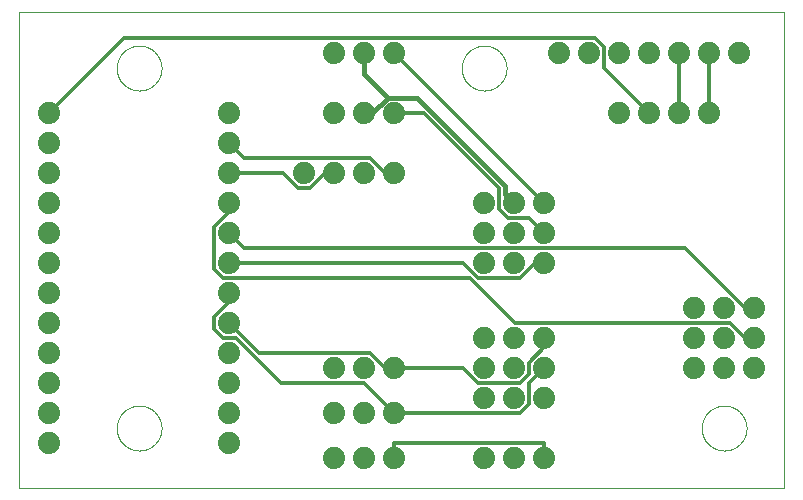
<source format=gtl>
G75*
%MOIN*%
%OFA0B0*%
%FSLAX25Y25*%
%IPPOS*%
%LPD*%
%AMOC8*
5,1,8,0,0,1.08239X$1,22.5*
%
%ADD10C,0.00000*%
%ADD11C,0.07400*%
%ADD12C,0.01600*%
%ADD13C,0.01200*%
D10*
X0006300Y0010560D02*
X0006300Y0169261D01*
X0261221Y0169261D01*
X0261221Y0010560D01*
X0006300Y0010560D01*
X0038825Y0030560D02*
X0038827Y0030743D01*
X0038834Y0030927D01*
X0038845Y0031110D01*
X0038861Y0031293D01*
X0038881Y0031475D01*
X0038906Y0031657D01*
X0038935Y0031838D01*
X0038969Y0032018D01*
X0039007Y0032198D01*
X0039049Y0032376D01*
X0039096Y0032554D01*
X0039147Y0032730D01*
X0039202Y0032905D01*
X0039262Y0033078D01*
X0039326Y0033250D01*
X0039394Y0033421D01*
X0039466Y0033589D01*
X0039543Y0033756D01*
X0039623Y0033921D01*
X0039708Y0034084D01*
X0039796Y0034244D01*
X0039888Y0034403D01*
X0039985Y0034559D01*
X0040085Y0034713D01*
X0040189Y0034864D01*
X0040296Y0035013D01*
X0040407Y0035159D01*
X0040522Y0035302D01*
X0040640Y0035442D01*
X0040761Y0035580D01*
X0040886Y0035714D01*
X0041014Y0035846D01*
X0041146Y0035974D01*
X0041280Y0036099D01*
X0041418Y0036220D01*
X0041558Y0036338D01*
X0041701Y0036453D01*
X0041847Y0036564D01*
X0041996Y0036671D01*
X0042147Y0036775D01*
X0042301Y0036875D01*
X0042457Y0036972D01*
X0042616Y0037064D01*
X0042776Y0037152D01*
X0042939Y0037237D01*
X0043104Y0037317D01*
X0043271Y0037394D01*
X0043439Y0037466D01*
X0043610Y0037534D01*
X0043782Y0037598D01*
X0043955Y0037658D01*
X0044130Y0037713D01*
X0044306Y0037764D01*
X0044484Y0037811D01*
X0044662Y0037853D01*
X0044842Y0037891D01*
X0045022Y0037925D01*
X0045203Y0037954D01*
X0045385Y0037979D01*
X0045567Y0037999D01*
X0045750Y0038015D01*
X0045933Y0038026D01*
X0046117Y0038033D01*
X0046300Y0038035D01*
X0046483Y0038033D01*
X0046667Y0038026D01*
X0046850Y0038015D01*
X0047033Y0037999D01*
X0047215Y0037979D01*
X0047397Y0037954D01*
X0047578Y0037925D01*
X0047758Y0037891D01*
X0047938Y0037853D01*
X0048116Y0037811D01*
X0048294Y0037764D01*
X0048470Y0037713D01*
X0048645Y0037658D01*
X0048818Y0037598D01*
X0048990Y0037534D01*
X0049161Y0037466D01*
X0049329Y0037394D01*
X0049496Y0037317D01*
X0049661Y0037237D01*
X0049824Y0037152D01*
X0049984Y0037064D01*
X0050143Y0036972D01*
X0050299Y0036875D01*
X0050453Y0036775D01*
X0050604Y0036671D01*
X0050753Y0036564D01*
X0050899Y0036453D01*
X0051042Y0036338D01*
X0051182Y0036220D01*
X0051320Y0036099D01*
X0051454Y0035974D01*
X0051586Y0035846D01*
X0051714Y0035714D01*
X0051839Y0035580D01*
X0051960Y0035442D01*
X0052078Y0035302D01*
X0052193Y0035159D01*
X0052304Y0035013D01*
X0052411Y0034864D01*
X0052515Y0034713D01*
X0052615Y0034559D01*
X0052712Y0034403D01*
X0052804Y0034244D01*
X0052892Y0034084D01*
X0052977Y0033921D01*
X0053057Y0033756D01*
X0053134Y0033589D01*
X0053206Y0033421D01*
X0053274Y0033250D01*
X0053338Y0033078D01*
X0053398Y0032905D01*
X0053453Y0032730D01*
X0053504Y0032554D01*
X0053551Y0032376D01*
X0053593Y0032198D01*
X0053631Y0032018D01*
X0053665Y0031838D01*
X0053694Y0031657D01*
X0053719Y0031475D01*
X0053739Y0031293D01*
X0053755Y0031110D01*
X0053766Y0030927D01*
X0053773Y0030743D01*
X0053775Y0030560D01*
X0053773Y0030377D01*
X0053766Y0030193D01*
X0053755Y0030010D01*
X0053739Y0029827D01*
X0053719Y0029645D01*
X0053694Y0029463D01*
X0053665Y0029282D01*
X0053631Y0029102D01*
X0053593Y0028922D01*
X0053551Y0028744D01*
X0053504Y0028566D01*
X0053453Y0028390D01*
X0053398Y0028215D01*
X0053338Y0028042D01*
X0053274Y0027870D01*
X0053206Y0027699D01*
X0053134Y0027531D01*
X0053057Y0027364D01*
X0052977Y0027199D01*
X0052892Y0027036D01*
X0052804Y0026876D01*
X0052712Y0026717D01*
X0052615Y0026561D01*
X0052515Y0026407D01*
X0052411Y0026256D01*
X0052304Y0026107D01*
X0052193Y0025961D01*
X0052078Y0025818D01*
X0051960Y0025678D01*
X0051839Y0025540D01*
X0051714Y0025406D01*
X0051586Y0025274D01*
X0051454Y0025146D01*
X0051320Y0025021D01*
X0051182Y0024900D01*
X0051042Y0024782D01*
X0050899Y0024667D01*
X0050753Y0024556D01*
X0050604Y0024449D01*
X0050453Y0024345D01*
X0050299Y0024245D01*
X0050143Y0024148D01*
X0049984Y0024056D01*
X0049824Y0023968D01*
X0049661Y0023883D01*
X0049496Y0023803D01*
X0049329Y0023726D01*
X0049161Y0023654D01*
X0048990Y0023586D01*
X0048818Y0023522D01*
X0048645Y0023462D01*
X0048470Y0023407D01*
X0048294Y0023356D01*
X0048116Y0023309D01*
X0047938Y0023267D01*
X0047758Y0023229D01*
X0047578Y0023195D01*
X0047397Y0023166D01*
X0047215Y0023141D01*
X0047033Y0023121D01*
X0046850Y0023105D01*
X0046667Y0023094D01*
X0046483Y0023087D01*
X0046300Y0023085D01*
X0046117Y0023087D01*
X0045933Y0023094D01*
X0045750Y0023105D01*
X0045567Y0023121D01*
X0045385Y0023141D01*
X0045203Y0023166D01*
X0045022Y0023195D01*
X0044842Y0023229D01*
X0044662Y0023267D01*
X0044484Y0023309D01*
X0044306Y0023356D01*
X0044130Y0023407D01*
X0043955Y0023462D01*
X0043782Y0023522D01*
X0043610Y0023586D01*
X0043439Y0023654D01*
X0043271Y0023726D01*
X0043104Y0023803D01*
X0042939Y0023883D01*
X0042776Y0023968D01*
X0042616Y0024056D01*
X0042457Y0024148D01*
X0042301Y0024245D01*
X0042147Y0024345D01*
X0041996Y0024449D01*
X0041847Y0024556D01*
X0041701Y0024667D01*
X0041558Y0024782D01*
X0041418Y0024900D01*
X0041280Y0025021D01*
X0041146Y0025146D01*
X0041014Y0025274D01*
X0040886Y0025406D01*
X0040761Y0025540D01*
X0040640Y0025678D01*
X0040522Y0025818D01*
X0040407Y0025961D01*
X0040296Y0026107D01*
X0040189Y0026256D01*
X0040085Y0026407D01*
X0039985Y0026561D01*
X0039888Y0026717D01*
X0039796Y0026876D01*
X0039708Y0027036D01*
X0039623Y0027199D01*
X0039543Y0027364D01*
X0039466Y0027531D01*
X0039394Y0027699D01*
X0039326Y0027870D01*
X0039262Y0028042D01*
X0039202Y0028215D01*
X0039147Y0028390D01*
X0039096Y0028566D01*
X0039049Y0028744D01*
X0039007Y0028922D01*
X0038969Y0029102D01*
X0038935Y0029282D01*
X0038906Y0029463D01*
X0038881Y0029645D01*
X0038861Y0029827D01*
X0038845Y0030010D01*
X0038834Y0030193D01*
X0038827Y0030377D01*
X0038825Y0030560D01*
X0038825Y0150560D02*
X0038827Y0150743D01*
X0038834Y0150927D01*
X0038845Y0151110D01*
X0038861Y0151293D01*
X0038881Y0151475D01*
X0038906Y0151657D01*
X0038935Y0151838D01*
X0038969Y0152018D01*
X0039007Y0152198D01*
X0039049Y0152376D01*
X0039096Y0152554D01*
X0039147Y0152730D01*
X0039202Y0152905D01*
X0039262Y0153078D01*
X0039326Y0153250D01*
X0039394Y0153421D01*
X0039466Y0153589D01*
X0039543Y0153756D01*
X0039623Y0153921D01*
X0039708Y0154084D01*
X0039796Y0154244D01*
X0039888Y0154403D01*
X0039985Y0154559D01*
X0040085Y0154713D01*
X0040189Y0154864D01*
X0040296Y0155013D01*
X0040407Y0155159D01*
X0040522Y0155302D01*
X0040640Y0155442D01*
X0040761Y0155580D01*
X0040886Y0155714D01*
X0041014Y0155846D01*
X0041146Y0155974D01*
X0041280Y0156099D01*
X0041418Y0156220D01*
X0041558Y0156338D01*
X0041701Y0156453D01*
X0041847Y0156564D01*
X0041996Y0156671D01*
X0042147Y0156775D01*
X0042301Y0156875D01*
X0042457Y0156972D01*
X0042616Y0157064D01*
X0042776Y0157152D01*
X0042939Y0157237D01*
X0043104Y0157317D01*
X0043271Y0157394D01*
X0043439Y0157466D01*
X0043610Y0157534D01*
X0043782Y0157598D01*
X0043955Y0157658D01*
X0044130Y0157713D01*
X0044306Y0157764D01*
X0044484Y0157811D01*
X0044662Y0157853D01*
X0044842Y0157891D01*
X0045022Y0157925D01*
X0045203Y0157954D01*
X0045385Y0157979D01*
X0045567Y0157999D01*
X0045750Y0158015D01*
X0045933Y0158026D01*
X0046117Y0158033D01*
X0046300Y0158035D01*
X0046483Y0158033D01*
X0046667Y0158026D01*
X0046850Y0158015D01*
X0047033Y0157999D01*
X0047215Y0157979D01*
X0047397Y0157954D01*
X0047578Y0157925D01*
X0047758Y0157891D01*
X0047938Y0157853D01*
X0048116Y0157811D01*
X0048294Y0157764D01*
X0048470Y0157713D01*
X0048645Y0157658D01*
X0048818Y0157598D01*
X0048990Y0157534D01*
X0049161Y0157466D01*
X0049329Y0157394D01*
X0049496Y0157317D01*
X0049661Y0157237D01*
X0049824Y0157152D01*
X0049984Y0157064D01*
X0050143Y0156972D01*
X0050299Y0156875D01*
X0050453Y0156775D01*
X0050604Y0156671D01*
X0050753Y0156564D01*
X0050899Y0156453D01*
X0051042Y0156338D01*
X0051182Y0156220D01*
X0051320Y0156099D01*
X0051454Y0155974D01*
X0051586Y0155846D01*
X0051714Y0155714D01*
X0051839Y0155580D01*
X0051960Y0155442D01*
X0052078Y0155302D01*
X0052193Y0155159D01*
X0052304Y0155013D01*
X0052411Y0154864D01*
X0052515Y0154713D01*
X0052615Y0154559D01*
X0052712Y0154403D01*
X0052804Y0154244D01*
X0052892Y0154084D01*
X0052977Y0153921D01*
X0053057Y0153756D01*
X0053134Y0153589D01*
X0053206Y0153421D01*
X0053274Y0153250D01*
X0053338Y0153078D01*
X0053398Y0152905D01*
X0053453Y0152730D01*
X0053504Y0152554D01*
X0053551Y0152376D01*
X0053593Y0152198D01*
X0053631Y0152018D01*
X0053665Y0151838D01*
X0053694Y0151657D01*
X0053719Y0151475D01*
X0053739Y0151293D01*
X0053755Y0151110D01*
X0053766Y0150927D01*
X0053773Y0150743D01*
X0053775Y0150560D01*
X0053773Y0150377D01*
X0053766Y0150193D01*
X0053755Y0150010D01*
X0053739Y0149827D01*
X0053719Y0149645D01*
X0053694Y0149463D01*
X0053665Y0149282D01*
X0053631Y0149102D01*
X0053593Y0148922D01*
X0053551Y0148744D01*
X0053504Y0148566D01*
X0053453Y0148390D01*
X0053398Y0148215D01*
X0053338Y0148042D01*
X0053274Y0147870D01*
X0053206Y0147699D01*
X0053134Y0147531D01*
X0053057Y0147364D01*
X0052977Y0147199D01*
X0052892Y0147036D01*
X0052804Y0146876D01*
X0052712Y0146717D01*
X0052615Y0146561D01*
X0052515Y0146407D01*
X0052411Y0146256D01*
X0052304Y0146107D01*
X0052193Y0145961D01*
X0052078Y0145818D01*
X0051960Y0145678D01*
X0051839Y0145540D01*
X0051714Y0145406D01*
X0051586Y0145274D01*
X0051454Y0145146D01*
X0051320Y0145021D01*
X0051182Y0144900D01*
X0051042Y0144782D01*
X0050899Y0144667D01*
X0050753Y0144556D01*
X0050604Y0144449D01*
X0050453Y0144345D01*
X0050299Y0144245D01*
X0050143Y0144148D01*
X0049984Y0144056D01*
X0049824Y0143968D01*
X0049661Y0143883D01*
X0049496Y0143803D01*
X0049329Y0143726D01*
X0049161Y0143654D01*
X0048990Y0143586D01*
X0048818Y0143522D01*
X0048645Y0143462D01*
X0048470Y0143407D01*
X0048294Y0143356D01*
X0048116Y0143309D01*
X0047938Y0143267D01*
X0047758Y0143229D01*
X0047578Y0143195D01*
X0047397Y0143166D01*
X0047215Y0143141D01*
X0047033Y0143121D01*
X0046850Y0143105D01*
X0046667Y0143094D01*
X0046483Y0143087D01*
X0046300Y0143085D01*
X0046117Y0143087D01*
X0045933Y0143094D01*
X0045750Y0143105D01*
X0045567Y0143121D01*
X0045385Y0143141D01*
X0045203Y0143166D01*
X0045022Y0143195D01*
X0044842Y0143229D01*
X0044662Y0143267D01*
X0044484Y0143309D01*
X0044306Y0143356D01*
X0044130Y0143407D01*
X0043955Y0143462D01*
X0043782Y0143522D01*
X0043610Y0143586D01*
X0043439Y0143654D01*
X0043271Y0143726D01*
X0043104Y0143803D01*
X0042939Y0143883D01*
X0042776Y0143968D01*
X0042616Y0144056D01*
X0042457Y0144148D01*
X0042301Y0144245D01*
X0042147Y0144345D01*
X0041996Y0144449D01*
X0041847Y0144556D01*
X0041701Y0144667D01*
X0041558Y0144782D01*
X0041418Y0144900D01*
X0041280Y0145021D01*
X0041146Y0145146D01*
X0041014Y0145274D01*
X0040886Y0145406D01*
X0040761Y0145540D01*
X0040640Y0145678D01*
X0040522Y0145818D01*
X0040407Y0145961D01*
X0040296Y0146107D01*
X0040189Y0146256D01*
X0040085Y0146407D01*
X0039985Y0146561D01*
X0039888Y0146717D01*
X0039796Y0146876D01*
X0039708Y0147036D01*
X0039623Y0147199D01*
X0039543Y0147364D01*
X0039466Y0147531D01*
X0039394Y0147699D01*
X0039326Y0147870D01*
X0039262Y0148042D01*
X0039202Y0148215D01*
X0039147Y0148390D01*
X0039096Y0148566D01*
X0039049Y0148744D01*
X0039007Y0148922D01*
X0038969Y0149102D01*
X0038935Y0149282D01*
X0038906Y0149463D01*
X0038881Y0149645D01*
X0038861Y0149827D01*
X0038845Y0150010D01*
X0038834Y0150193D01*
X0038827Y0150377D01*
X0038825Y0150560D01*
X0153825Y0150560D02*
X0153827Y0150743D01*
X0153834Y0150927D01*
X0153845Y0151110D01*
X0153861Y0151293D01*
X0153881Y0151475D01*
X0153906Y0151657D01*
X0153935Y0151838D01*
X0153969Y0152018D01*
X0154007Y0152198D01*
X0154049Y0152376D01*
X0154096Y0152554D01*
X0154147Y0152730D01*
X0154202Y0152905D01*
X0154262Y0153078D01*
X0154326Y0153250D01*
X0154394Y0153421D01*
X0154466Y0153589D01*
X0154543Y0153756D01*
X0154623Y0153921D01*
X0154708Y0154084D01*
X0154796Y0154244D01*
X0154888Y0154403D01*
X0154985Y0154559D01*
X0155085Y0154713D01*
X0155189Y0154864D01*
X0155296Y0155013D01*
X0155407Y0155159D01*
X0155522Y0155302D01*
X0155640Y0155442D01*
X0155761Y0155580D01*
X0155886Y0155714D01*
X0156014Y0155846D01*
X0156146Y0155974D01*
X0156280Y0156099D01*
X0156418Y0156220D01*
X0156558Y0156338D01*
X0156701Y0156453D01*
X0156847Y0156564D01*
X0156996Y0156671D01*
X0157147Y0156775D01*
X0157301Y0156875D01*
X0157457Y0156972D01*
X0157616Y0157064D01*
X0157776Y0157152D01*
X0157939Y0157237D01*
X0158104Y0157317D01*
X0158271Y0157394D01*
X0158439Y0157466D01*
X0158610Y0157534D01*
X0158782Y0157598D01*
X0158955Y0157658D01*
X0159130Y0157713D01*
X0159306Y0157764D01*
X0159484Y0157811D01*
X0159662Y0157853D01*
X0159842Y0157891D01*
X0160022Y0157925D01*
X0160203Y0157954D01*
X0160385Y0157979D01*
X0160567Y0157999D01*
X0160750Y0158015D01*
X0160933Y0158026D01*
X0161117Y0158033D01*
X0161300Y0158035D01*
X0161483Y0158033D01*
X0161667Y0158026D01*
X0161850Y0158015D01*
X0162033Y0157999D01*
X0162215Y0157979D01*
X0162397Y0157954D01*
X0162578Y0157925D01*
X0162758Y0157891D01*
X0162938Y0157853D01*
X0163116Y0157811D01*
X0163294Y0157764D01*
X0163470Y0157713D01*
X0163645Y0157658D01*
X0163818Y0157598D01*
X0163990Y0157534D01*
X0164161Y0157466D01*
X0164329Y0157394D01*
X0164496Y0157317D01*
X0164661Y0157237D01*
X0164824Y0157152D01*
X0164984Y0157064D01*
X0165143Y0156972D01*
X0165299Y0156875D01*
X0165453Y0156775D01*
X0165604Y0156671D01*
X0165753Y0156564D01*
X0165899Y0156453D01*
X0166042Y0156338D01*
X0166182Y0156220D01*
X0166320Y0156099D01*
X0166454Y0155974D01*
X0166586Y0155846D01*
X0166714Y0155714D01*
X0166839Y0155580D01*
X0166960Y0155442D01*
X0167078Y0155302D01*
X0167193Y0155159D01*
X0167304Y0155013D01*
X0167411Y0154864D01*
X0167515Y0154713D01*
X0167615Y0154559D01*
X0167712Y0154403D01*
X0167804Y0154244D01*
X0167892Y0154084D01*
X0167977Y0153921D01*
X0168057Y0153756D01*
X0168134Y0153589D01*
X0168206Y0153421D01*
X0168274Y0153250D01*
X0168338Y0153078D01*
X0168398Y0152905D01*
X0168453Y0152730D01*
X0168504Y0152554D01*
X0168551Y0152376D01*
X0168593Y0152198D01*
X0168631Y0152018D01*
X0168665Y0151838D01*
X0168694Y0151657D01*
X0168719Y0151475D01*
X0168739Y0151293D01*
X0168755Y0151110D01*
X0168766Y0150927D01*
X0168773Y0150743D01*
X0168775Y0150560D01*
X0168773Y0150377D01*
X0168766Y0150193D01*
X0168755Y0150010D01*
X0168739Y0149827D01*
X0168719Y0149645D01*
X0168694Y0149463D01*
X0168665Y0149282D01*
X0168631Y0149102D01*
X0168593Y0148922D01*
X0168551Y0148744D01*
X0168504Y0148566D01*
X0168453Y0148390D01*
X0168398Y0148215D01*
X0168338Y0148042D01*
X0168274Y0147870D01*
X0168206Y0147699D01*
X0168134Y0147531D01*
X0168057Y0147364D01*
X0167977Y0147199D01*
X0167892Y0147036D01*
X0167804Y0146876D01*
X0167712Y0146717D01*
X0167615Y0146561D01*
X0167515Y0146407D01*
X0167411Y0146256D01*
X0167304Y0146107D01*
X0167193Y0145961D01*
X0167078Y0145818D01*
X0166960Y0145678D01*
X0166839Y0145540D01*
X0166714Y0145406D01*
X0166586Y0145274D01*
X0166454Y0145146D01*
X0166320Y0145021D01*
X0166182Y0144900D01*
X0166042Y0144782D01*
X0165899Y0144667D01*
X0165753Y0144556D01*
X0165604Y0144449D01*
X0165453Y0144345D01*
X0165299Y0144245D01*
X0165143Y0144148D01*
X0164984Y0144056D01*
X0164824Y0143968D01*
X0164661Y0143883D01*
X0164496Y0143803D01*
X0164329Y0143726D01*
X0164161Y0143654D01*
X0163990Y0143586D01*
X0163818Y0143522D01*
X0163645Y0143462D01*
X0163470Y0143407D01*
X0163294Y0143356D01*
X0163116Y0143309D01*
X0162938Y0143267D01*
X0162758Y0143229D01*
X0162578Y0143195D01*
X0162397Y0143166D01*
X0162215Y0143141D01*
X0162033Y0143121D01*
X0161850Y0143105D01*
X0161667Y0143094D01*
X0161483Y0143087D01*
X0161300Y0143085D01*
X0161117Y0143087D01*
X0160933Y0143094D01*
X0160750Y0143105D01*
X0160567Y0143121D01*
X0160385Y0143141D01*
X0160203Y0143166D01*
X0160022Y0143195D01*
X0159842Y0143229D01*
X0159662Y0143267D01*
X0159484Y0143309D01*
X0159306Y0143356D01*
X0159130Y0143407D01*
X0158955Y0143462D01*
X0158782Y0143522D01*
X0158610Y0143586D01*
X0158439Y0143654D01*
X0158271Y0143726D01*
X0158104Y0143803D01*
X0157939Y0143883D01*
X0157776Y0143968D01*
X0157616Y0144056D01*
X0157457Y0144148D01*
X0157301Y0144245D01*
X0157147Y0144345D01*
X0156996Y0144449D01*
X0156847Y0144556D01*
X0156701Y0144667D01*
X0156558Y0144782D01*
X0156418Y0144900D01*
X0156280Y0145021D01*
X0156146Y0145146D01*
X0156014Y0145274D01*
X0155886Y0145406D01*
X0155761Y0145540D01*
X0155640Y0145678D01*
X0155522Y0145818D01*
X0155407Y0145961D01*
X0155296Y0146107D01*
X0155189Y0146256D01*
X0155085Y0146407D01*
X0154985Y0146561D01*
X0154888Y0146717D01*
X0154796Y0146876D01*
X0154708Y0147036D01*
X0154623Y0147199D01*
X0154543Y0147364D01*
X0154466Y0147531D01*
X0154394Y0147699D01*
X0154326Y0147870D01*
X0154262Y0148042D01*
X0154202Y0148215D01*
X0154147Y0148390D01*
X0154096Y0148566D01*
X0154049Y0148744D01*
X0154007Y0148922D01*
X0153969Y0149102D01*
X0153935Y0149282D01*
X0153906Y0149463D01*
X0153881Y0149645D01*
X0153861Y0149827D01*
X0153845Y0150010D01*
X0153834Y0150193D01*
X0153827Y0150377D01*
X0153825Y0150560D01*
X0233825Y0030560D02*
X0233827Y0030743D01*
X0233834Y0030927D01*
X0233845Y0031110D01*
X0233861Y0031293D01*
X0233881Y0031475D01*
X0233906Y0031657D01*
X0233935Y0031838D01*
X0233969Y0032018D01*
X0234007Y0032198D01*
X0234049Y0032376D01*
X0234096Y0032554D01*
X0234147Y0032730D01*
X0234202Y0032905D01*
X0234262Y0033078D01*
X0234326Y0033250D01*
X0234394Y0033421D01*
X0234466Y0033589D01*
X0234543Y0033756D01*
X0234623Y0033921D01*
X0234708Y0034084D01*
X0234796Y0034244D01*
X0234888Y0034403D01*
X0234985Y0034559D01*
X0235085Y0034713D01*
X0235189Y0034864D01*
X0235296Y0035013D01*
X0235407Y0035159D01*
X0235522Y0035302D01*
X0235640Y0035442D01*
X0235761Y0035580D01*
X0235886Y0035714D01*
X0236014Y0035846D01*
X0236146Y0035974D01*
X0236280Y0036099D01*
X0236418Y0036220D01*
X0236558Y0036338D01*
X0236701Y0036453D01*
X0236847Y0036564D01*
X0236996Y0036671D01*
X0237147Y0036775D01*
X0237301Y0036875D01*
X0237457Y0036972D01*
X0237616Y0037064D01*
X0237776Y0037152D01*
X0237939Y0037237D01*
X0238104Y0037317D01*
X0238271Y0037394D01*
X0238439Y0037466D01*
X0238610Y0037534D01*
X0238782Y0037598D01*
X0238955Y0037658D01*
X0239130Y0037713D01*
X0239306Y0037764D01*
X0239484Y0037811D01*
X0239662Y0037853D01*
X0239842Y0037891D01*
X0240022Y0037925D01*
X0240203Y0037954D01*
X0240385Y0037979D01*
X0240567Y0037999D01*
X0240750Y0038015D01*
X0240933Y0038026D01*
X0241117Y0038033D01*
X0241300Y0038035D01*
X0241483Y0038033D01*
X0241667Y0038026D01*
X0241850Y0038015D01*
X0242033Y0037999D01*
X0242215Y0037979D01*
X0242397Y0037954D01*
X0242578Y0037925D01*
X0242758Y0037891D01*
X0242938Y0037853D01*
X0243116Y0037811D01*
X0243294Y0037764D01*
X0243470Y0037713D01*
X0243645Y0037658D01*
X0243818Y0037598D01*
X0243990Y0037534D01*
X0244161Y0037466D01*
X0244329Y0037394D01*
X0244496Y0037317D01*
X0244661Y0037237D01*
X0244824Y0037152D01*
X0244984Y0037064D01*
X0245143Y0036972D01*
X0245299Y0036875D01*
X0245453Y0036775D01*
X0245604Y0036671D01*
X0245753Y0036564D01*
X0245899Y0036453D01*
X0246042Y0036338D01*
X0246182Y0036220D01*
X0246320Y0036099D01*
X0246454Y0035974D01*
X0246586Y0035846D01*
X0246714Y0035714D01*
X0246839Y0035580D01*
X0246960Y0035442D01*
X0247078Y0035302D01*
X0247193Y0035159D01*
X0247304Y0035013D01*
X0247411Y0034864D01*
X0247515Y0034713D01*
X0247615Y0034559D01*
X0247712Y0034403D01*
X0247804Y0034244D01*
X0247892Y0034084D01*
X0247977Y0033921D01*
X0248057Y0033756D01*
X0248134Y0033589D01*
X0248206Y0033421D01*
X0248274Y0033250D01*
X0248338Y0033078D01*
X0248398Y0032905D01*
X0248453Y0032730D01*
X0248504Y0032554D01*
X0248551Y0032376D01*
X0248593Y0032198D01*
X0248631Y0032018D01*
X0248665Y0031838D01*
X0248694Y0031657D01*
X0248719Y0031475D01*
X0248739Y0031293D01*
X0248755Y0031110D01*
X0248766Y0030927D01*
X0248773Y0030743D01*
X0248775Y0030560D01*
X0248773Y0030377D01*
X0248766Y0030193D01*
X0248755Y0030010D01*
X0248739Y0029827D01*
X0248719Y0029645D01*
X0248694Y0029463D01*
X0248665Y0029282D01*
X0248631Y0029102D01*
X0248593Y0028922D01*
X0248551Y0028744D01*
X0248504Y0028566D01*
X0248453Y0028390D01*
X0248398Y0028215D01*
X0248338Y0028042D01*
X0248274Y0027870D01*
X0248206Y0027699D01*
X0248134Y0027531D01*
X0248057Y0027364D01*
X0247977Y0027199D01*
X0247892Y0027036D01*
X0247804Y0026876D01*
X0247712Y0026717D01*
X0247615Y0026561D01*
X0247515Y0026407D01*
X0247411Y0026256D01*
X0247304Y0026107D01*
X0247193Y0025961D01*
X0247078Y0025818D01*
X0246960Y0025678D01*
X0246839Y0025540D01*
X0246714Y0025406D01*
X0246586Y0025274D01*
X0246454Y0025146D01*
X0246320Y0025021D01*
X0246182Y0024900D01*
X0246042Y0024782D01*
X0245899Y0024667D01*
X0245753Y0024556D01*
X0245604Y0024449D01*
X0245453Y0024345D01*
X0245299Y0024245D01*
X0245143Y0024148D01*
X0244984Y0024056D01*
X0244824Y0023968D01*
X0244661Y0023883D01*
X0244496Y0023803D01*
X0244329Y0023726D01*
X0244161Y0023654D01*
X0243990Y0023586D01*
X0243818Y0023522D01*
X0243645Y0023462D01*
X0243470Y0023407D01*
X0243294Y0023356D01*
X0243116Y0023309D01*
X0242938Y0023267D01*
X0242758Y0023229D01*
X0242578Y0023195D01*
X0242397Y0023166D01*
X0242215Y0023141D01*
X0242033Y0023121D01*
X0241850Y0023105D01*
X0241667Y0023094D01*
X0241483Y0023087D01*
X0241300Y0023085D01*
X0241117Y0023087D01*
X0240933Y0023094D01*
X0240750Y0023105D01*
X0240567Y0023121D01*
X0240385Y0023141D01*
X0240203Y0023166D01*
X0240022Y0023195D01*
X0239842Y0023229D01*
X0239662Y0023267D01*
X0239484Y0023309D01*
X0239306Y0023356D01*
X0239130Y0023407D01*
X0238955Y0023462D01*
X0238782Y0023522D01*
X0238610Y0023586D01*
X0238439Y0023654D01*
X0238271Y0023726D01*
X0238104Y0023803D01*
X0237939Y0023883D01*
X0237776Y0023968D01*
X0237616Y0024056D01*
X0237457Y0024148D01*
X0237301Y0024245D01*
X0237147Y0024345D01*
X0236996Y0024449D01*
X0236847Y0024556D01*
X0236701Y0024667D01*
X0236558Y0024782D01*
X0236418Y0024900D01*
X0236280Y0025021D01*
X0236146Y0025146D01*
X0236014Y0025274D01*
X0235886Y0025406D01*
X0235761Y0025540D01*
X0235640Y0025678D01*
X0235522Y0025818D01*
X0235407Y0025961D01*
X0235296Y0026107D01*
X0235189Y0026256D01*
X0235085Y0026407D01*
X0234985Y0026561D01*
X0234888Y0026717D01*
X0234796Y0026876D01*
X0234708Y0027036D01*
X0234623Y0027199D01*
X0234543Y0027364D01*
X0234466Y0027531D01*
X0234394Y0027699D01*
X0234326Y0027870D01*
X0234262Y0028042D01*
X0234202Y0028215D01*
X0234147Y0028390D01*
X0234096Y0028566D01*
X0234049Y0028744D01*
X0234007Y0028922D01*
X0233969Y0029102D01*
X0233935Y0029282D01*
X0233906Y0029463D01*
X0233881Y0029645D01*
X0233861Y0029827D01*
X0233845Y0030010D01*
X0233834Y0030193D01*
X0233827Y0030377D01*
X0233825Y0030560D01*
D11*
X0231300Y0050560D03*
X0241300Y0050560D03*
X0251300Y0050560D03*
X0251300Y0060560D03*
X0241300Y0060560D03*
X0231300Y0060560D03*
X0231300Y0070560D03*
X0241300Y0070560D03*
X0251300Y0070560D03*
X0181300Y0060560D03*
X0171300Y0060560D03*
X0161300Y0060560D03*
X0161300Y0050560D03*
X0171300Y0050560D03*
X0181300Y0050560D03*
X0181300Y0040560D03*
X0171300Y0040560D03*
X0161300Y0040560D03*
X0161300Y0020560D03*
X0171300Y0020560D03*
X0181300Y0020560D03*
X0131300Y0020560D03*
X0121300Y0020560D03*
X0111300Y0020560D03*
X0111300Y0035560D03*
X0121300Y0035560D03*
X0131300Y0035560D03*
X0131300Y0050560D03*
X0121300Y0050560D03*
X0111300Y0050560D03*
X0076300Y0055560D03*
X0076300Y0065560D03*
X0076300Y0075560D03*
X0076300Y0085560D03*
X0076300Y0095560D03*
X0076300Y0105560D03*
X0076300Y0115560D03*
X0076300Y0125560D03*
X0076300Y0135560D03*
X0101300Y0115560D03*
X0111300Y0115560D03*
X0121300Y0115560D03*
X0131300Y0115560D03*
X0131300Y0135560D03*
X0121300Y0135560D03*
X0111300Y0135560D03*
X0111300Y0155560D03*
X0121300Y0155560D03*
X0131300Y0155560D03*
X0186300Y0155560D03*
X0196300Y0155560D03*
X0206300Y0155560D03*
X0216300Y0155560D03*
X0226300Y0155560D03*
X0236300Y0155560D03*
X0246300Y0155560D03*
X0236300Y0135560D03*
X0226300Y0135560D03*
X0216300Y0135560D03*
X0206300Y0135560D03*
X0181300Y0105560D03*
X0171300Y0105560D03*
X0161300Y0105560D03*
X0161300Y0095560D03*
X0171300Y0095560D03*
X0181300Y0095560D03*
X0181300Y0085560D03*
X0171300Y0085560D03*
X0161300Y0085560D03*
X0076300Y0045560D03*
X0076300Y0035560D03*
X0076300Y0025560D03*
X0016300Y0025560D03*
X0016300Y0035560D03*
X0016300Y0045560D03*
X0016300Y0055560D03*
X0016300Y0065560D03*
X0016300Y0075560D03*
X0016300Y0085560D03*
X0016300Y0095560D03*
X0016300Y0105560D03*
X0016300Y0115560D03*
X0016300Y0125560D03*
X0016300Y0135560D03*
D12*
X0121300Y0135560D02*
X0124087Y0135560D01*
X0129187Y0140660D01*
X0121300Y0148547D01*
X0121300Y0155560D01*
X0129187Y0140660D02*
X0139028Y0140660D01*
X0168400Y0111288D01*
X0168400Y0108460D01*
X0171300Y0105560D01*
D13*
X0166400Y0103530D02*
X0166400Y0110460D01*
X0141300Y0135560D01*
X0131300Y0135560D01*
X0123330Y0120460D02*
X0081400Y0120460D01*
X0076300Y0125560D01*
X0076300Y0115560D02*
X0094370Y0115560D01*
X0099270Y0110660D01*
X0103330Y0110660D01*
X0108230Y0115560D01*
X0111300Y0115560D01*
X0123330Y0120460D02*
X0128230Y0115560D01*
X0131300Y0115560D01*
X0166400Y0103530D02*
X0169270Y0100660D01*
X0176200Y0100660D01*
X0181300Y0095560D01*
X0181300Y0105560D02*
X0131300Y0155560D01*
X0198230Y0160560D02*
X0201200Y0157590D01*
X0201200Y0150660D01*
X0216300Y0135560D01*
X0226300Y0135560D02*
X0226300Y0155560D01*
X0236300Y0155560D02*
X0236300Y0135560D01*
X0198230Y0160560D02*
X0041300Y0160560D01*
X0016300Y0135560D01*
X0071400Y0097590D02*
X0071400Y0083530D01*
X0074270Y0080660D01*
X0156725Y0080660D01*
X0171725Y0065660D01*
X0243130Y0065660D01*
X0248230Y0060560D01*
X0251300Y0060560D01*
X0251300Y0070560D02*
X0248230Y0070560D01*
X0228330Y0090460D01*
X0081400Y0090460D01*
X0076300Y0095560D01*
X0071400Y0097590D02*
X0076300Y0102490D01*
X0076300Y0105560D01*
X0076300Y0085560D02*
X0154370Y0085560D01*
X0159270Y0080660D01*
X0173330Y0080660D01*
X0178230Y0085560D01*
X0181300Y0085560D01*
X0181300Y0060560D02*
X0181300Y0057490D01*
X0176200Y0052390D01*
X0176200Y0048530D01*
X0173330Y0045660D01*
X0159270Y0045660D01*
X0154370Y0050560D01*
X0131300Y0050560D01*
X0128230Y0050560D01*
X0123330Y0055460D01*
X0086400Y0055460D01*
X0076300Y0065560D01*
X0071400Y0063530D02*
X0071400Y0067590D01*
X0076300Y0072490D01*
X0076300Y0075560D01*
X0071400Y0063530D02*
X0074270Y0060660D01*
X0078654Y0060660D01*
X0093654Y0045660D01*
X0121200Y0045660D01*
X0131300Y0035560D01*
X0173230Y0035560D01*
X0176200Y0038530D01*
X0176200Y0045460D01*
X0181300Y0050560D01*
X0181300Y0025560D02*
X0181300Y0020560D01*
X0181300Y0025560D02*
X0131300Y0025560D01*
X0131300Y0020560D01*
M02*

</source>
